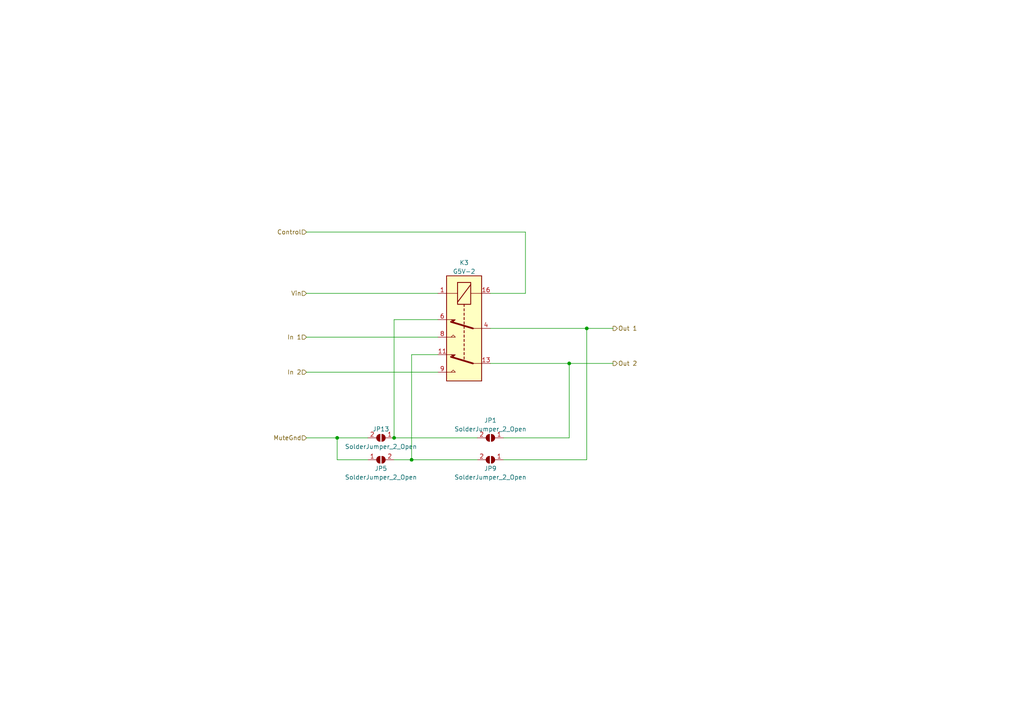
<source format=kicad_sch>
(kicad_sch (version 20230121) (generator eeschema)
  (paper "A4")
  (lib_symbols
    (symbol "Jumper:SolderJumper_2_Open" (pin_names (offset 0) hide)
      (property "Reference" "JP" (at 0 2.032 0))
      (property "Value" "SolderJumper_2_Open" (at 0 -2.54 0))
      (symbol "SolderJumper_2_Open_0_1"
        (arc (start -0.254 1.016) (mid -1.2656 0) (end -0.254 -1.016))
        (arc (start -0.254 1.016) (mid -1.2656 0) (end -0.254 -1.016) (fill (type outline)))
        (polyline (pts (xy -0.254 1.016) (xy -0.254 -1.016)))
        (polyline (pts (xy 0.254 1.016) (xy 0.254 -1.016)))
        (arc (start 0.254 -1.016) (mid 1.2656 0) (end 0.254 1.016))
        (arc (start 0.254 -1.016) (mid 1.2656 0) (end 0.254 1.016) (fill (type outline)))
      )
      (symbol "SolderJumper_2_Open_1_1"
        (pin passive line (at -3.81 0 0) (length 2.54) (name "A") (number "1"))
        (pin passive line (at 3.81 0 180) (length 2.54) (name "B") (number "2"))
      )
    )
    (symbol "Relay:G5V-2"
      (property "Reference" "K" (at 16.51 3.81 0))
      (property "Value" "G5V-2" (at 16.51 1.27 0))
      (symbol "G5V-2_0_1"
        (rectangle (start -15.24 5.08) (end 15.24 -5.08) (stroke (width 0.254)) (fill (type background)))
        (rectangle (start -13.335 1.905) (end -6.985 -1.905) (stroke (width 0.254)))
        (polyline (pts (xy -12.7 -1.905) (xy -7.62 1.905)) (stroke (width 0.254)))
        (polyline (pts (xy -10.16 -5.08) (xy -10.16 -1.905)))
        (polyline (pts (xy -10.16 5.08) (xy -10.16 1.905)))
        (polyline (pts (xy -6.985 0) (xy -6.35 0)) (stroke (width 0.254)))
        (polyline (pts (xy -5.715 0) (xy -5.08 0)) (stroke (width 0.254)))
        (polyline (pts (xy -4.445 0) (xy -3.81 0)) (stroke (width 0.254)))
        (polyline (pts (xy -3.175 0) (xy -2.54 0)) (stroke (width 0.254)))
        (polyline (pts (xy -1.905 0) (xy -1.27 0)) (stroke (width 0.254)))
        (polyline (pts (xy -0.635 0) (xy 0 0)) (stroke (width 0.254)))
        (polyline (pts (xy 0 -2.54) (xy -1.905 3.81)) (stroke (width 0.508)))
        (polyline (pts (xy 0 -2.54) (xy 0 -5.08)))
        (polyline (pts (xy 0.635 0) (xy 1.27 0)) (stroke (width 0.254)))
        (polyline (pts (xy 1.905 0) (xy 2.54 0)) (stroke (width 0.254)))
        (polyline (pts (xy 3.175 0) (xy 3.81 0)) (stroke (width 0.254)))
        (polyline (pts (xy 4.445 0) (xy 5.08 0)) (stroke (width 0.254)))
        (polyline (pts (xy 5.715 0) (xy 6.35 0)) (stroke (width 0.254)))
        (polyline (pts (xy 6.985 0) (xy 7.62 0)) (stroke (width 0.254)))
        (polyline (pts (xy 8.255 0) (xy 8.89 0)) (stroke (width 0.254)))
        (polyline (pts (xy 10.16 -2.54) (xy 8.255 3.81)) (stroke (width 0.508)))
        (polyline (pts (xy 10.16 -2.54) (xy 10.16 -5.08)))
        (polyline (pts (xy -2.54 5.08) (xy -2.54 2.54) (xy -1.905 3.175) (xy -2.54 3.81)) (fill (type outline)))
        (polyline (pts (xy 2.54 5.08) (xy 2.54 2.54) (xy 1.905 3.175) (xy 2.54 3.81)))
        (polyline (pts (xy 7.62 5.08) (xy 7.62 2.54) (xy 8.255 3.175) (xy 7.62 3.81)) (fill (type outline)))
        (polyline (pts (xy 12.7 5.08) (xy 12.7 2.54) (xy 12.065 3.175) (xy 12.7 3.81)))
      )
      (symbol "G5V-2_1_1"
        (pin passive line (at -10.16 7.62 270) (length 2.54) (name "~") (number "1"))
        (pin passive line (at 7.62 7.62 270) (length 2.54) (name "~") (number "11"))
        (pin passive line (at 10.16 -7.62 90) (length 2.54) (name "~") (number "13"))
        (pin passive line (at -10.16 -7.62 90) (length 2.54) (name "~") (number "16"))
        (pin passive line (at 0 -7.62 90) (length 2.54) (name "~") (number "4"))
        (pin passive line (at -2.54 7.62 270) (length 2.54) (name "~") (number "6"))
        (pin passive line (at 2.54 7.62 270) (length 2.54) (name "~") (number "8"))
        (pin passive line (at 12.7 7.62 270) (length 2.54) (name "~") (number "9"))
      )
    )
  )
  (junction (at 170.18 95.25))
  (junction (at 119.38 133.35))
  (junction (at 165.1 105.41))
  (junction (at 114.3 127))
  (junction (at 97.79 127))
  (wire (pts (xy 165.1 105.41) (xy 177.8 105.41)))
  (wire (pts (xy 152.4 67.31) (xy 152.4 85.09)))
  (wire (pts (xy 114.3 133.35) (xy 119.38 133.35)))
  (wire (pts (xy 119.38 102.87) (xy 119.38 133.35)))
  (wire (pts (xy 88.9 67.31) (xy 152.4 67.31)))
  (wire (pts (xy 114.3 92.71) (xy 114.3 127)))
  (wire (pts (xy 142.24 95.25) (xy 170.18 95.25)))
  (wire (pts (xy 97.79 133.35) (xy 97.79 127)))
  (wire (pts (xy 146.05 133.35) (xy 170.18 133.35)))
  (wire (pts (xy 88.9 97.79) (xy 127 97.79)))
  (wire (pts (xy 114.3 127) (xy 138.43 127)))
  (wire (pts (xy 170.18 95.25) (xy 177.8 95.25)))
  (wire (pts (xy 165.1 127) (xy 165.1 105.41)))
  (wire (pts (xy 127 102.87) (xy 119.38 102.87)))
  (wire (pts (xy 142.24 85.09) (xy 152.4 85.09)))
  (wire (pts (xy 88.9 85.09) (xy 127 85.09)))
  (wire (pts (xy 119.38 133.35) (xy 138.43 133.35)))
  (wire (pts (xy 88.9 107.95) (xy 127 107.95)))
  (wire (pts (xy 88.9 127) (xy 97.79 127)))
  (wire (pts (xy 146.05 127) (xy 165.1 127)))
  (wire (pts (xy 106.68 133.35) (xy 97.79 133.35)))
  (wire (pts (xy 97.79 127) (xy 106.68 127)))
  (wire (pts (xy 142.24 105.41) (xy 165.1 105.41)))
  (wire (pts (xy 127 92.71) (xy 114.3 92.71)))
  (wire (pts (xy 170.18 133.35) (xy 170.18 95.25)))
  (hierarchical_label "Out 2" (shape output) (at 177.8 105.41 0))
  (hierarchical_label "Out 1" (shape output) (at 177.8 95.25 0))
  (hierarchical_label "MuteGnd" (shape input) (at 88.9 127 180))
  (hierarchical_label "In 1" (shape input) (at 88.9 97.79 180))
  (hierarchical_label "In 2" (shape input) (at 88.9 107.95 180))
  (hierarchical_label "Vin" (shape input) (at 88.9 85.09 180))
  (hierarchical_label "Control" (shape input) (at 88.9 67.31 180))
  (symbol (lib_id "Jumper:SolderJumper_2_Open") (at 110.49 127 180) (unit 1)
    (property "Reference" "JP13" (at 110.49 124.46 0))
    (property "Value" "SolderJumper_2_Open" (at 110.49 129.54 0))
    (property "Footprint" "Jumper:SolderJumper-2_P1.3mm_Open_RoundedPad1.0x1.5mm" (effects hide))
    (instances (project "EF_matrix" (path "" (reference "JP13") (unit 1)) (path "" (reference "JP14") (unit 1)) (path "" (reference "JP15") (unit 1)) (path "" (reference "JP16") (unit 1))))
  )
  (symbol (lib_id "Jumper:SolderJumper_2_Open") (at 110.49 133.35 0) (unit 1)
    (property "Reference" "JP5" (at 110.49 135.89 0))
    (property "Value" "SolderJumper_2_Open" (at 110.49 138.43 0))
    (property "Footprint" "Jumper:SolderJumper-2_P1.3mm_Open_RoundedPad1.0x1.5mm" (effects hide))
    (instances (project "EF_matrix" (path "" (reference "JP5") (unit 1)) (path "" (reference "JP6") (unit 1)) (path "" (reference "JP7") (unit 1)) (path "" (reference "JP8") (unit 1))))
  )
  (symbol (lib_id "Jumper:SolderJumper_2_Open") (at 142.24 127 180) (unit 1)
    (property "Reference" "JP1" (at 142.24 121.92 0))
    (property "Value" "SolderJumper_2_Open" (at 142.24 124.46 0))
    (property "Footprint" "Jumper:SolderJumper-2_P1.3mm_Open_RoundedPad1.0x1.5mm" (effects hide))
    (instances (project "EF_matrix" (path "" (reference "JP1") (unit 1)) (path "" (reference "JP2") (unit 1)) (path "" (reference "JP3") (unit 1)) (path "" (reference "JP4") (unit 1))))
  )
  (symbol (lib_id "Relay:G5V-2") (at 134.62 95.25 90) (mirror x) (unit 1)
    (property "Reference" "K3" (at 134.62 76.2 90))
    (property "Value" "G5V-2" (at 134.62 78.74 90))
    (property "Footprint" "Relay_THT:Relay_DPDT_Omron_G5V-2" (effects hide))
    (property "Datasheet" "http://omronfs.omron.com/en_US/ecb/products/pdf/en-g5v_2.pdf" (effects hide))
    (instances (project "EF_matrix" (path "" (reference "K3") (unit 1)) (path "" (reference "K1") (unit 1)) (path "" (reference "K3") (unit 1)) (path "" (reference "K4") (unit 1)) (path "" (reference "K5") (unit 1))))
  )
  (symbol (lib_id "Jumper:SolderJumper_2_Open") (at 142.24 133.35 180) (unit 1)
    (property "Reference" "JP9" (at 142.24 135.89 0))
    (property "Value" "SolderJumper_2_Open" (at 142.24 138.43 0))
    (property "Footprint" "Jumper:SolderJumper-2_P1.3mm_Open_RoundedPad1.0x1.5mm" (effects hide))
    (instances (project "EF_matrix" (path "" (reference "JP9") (unit 1)) (path "" (reference "JP10") (unit 1)) (path "" (reference "JP11") (unit 1)) (path "" (reference "JP12") (unit 1))))
  )
)
</source>
